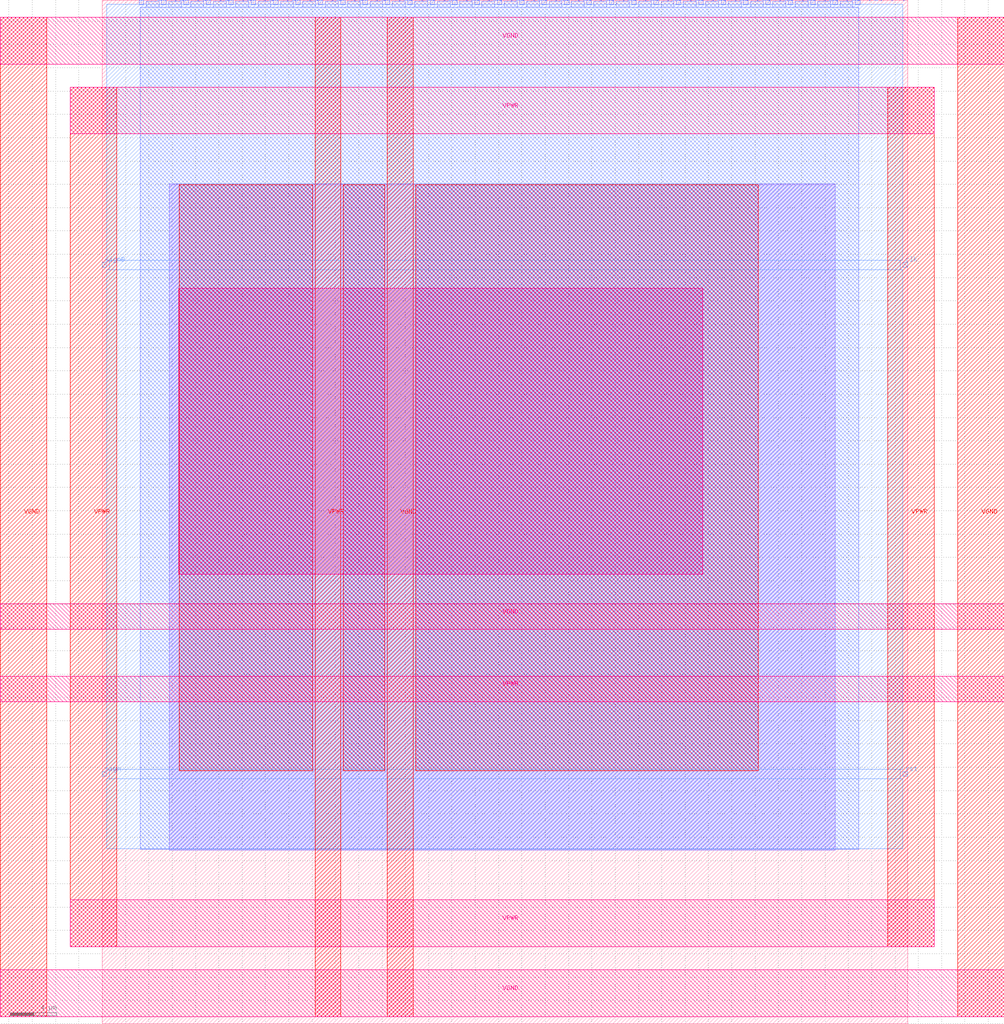
<source format=lef>
VERSION 5.7 ;
  NOWIREEXTENSIONATPIN ON ;
  DIVIDERCHAR "/" ;
  BUSBITCHARS "[]" ;
MACRO DigitalSine
  CLASS BLOCK ;
  FOREIGN DigitalSine ;
  ORIGIN 0.000 0.000 ;
  SIZE 69.075 BY 87.795 ;
  PIN VGND
    DIRECTION INOUT ;
    USE GROUND ;
    PORT
      LAYER Metal4 ;
        RECT -8.740 0.620 -4.740 86.320 ;
    END
    PORT
      LAYER Metal5 ;
        RECT -8.740 0.620 77.380 4.620 ;
    END
    PORT
      LAYER Metal5 ;
        RECT -8.740 82.320 77.380 86.320 ;
    END
    PORT
      LAYER Metal4 ;
        RECT 73.380 0.620 77.380 86.320 ;
    END
    PORT
      LAYER Metal4 ;
        RECT 24.460 0.620 26.660 86.320 ;
    END
    PORT
      LAYER Metal5 ;
        RECT -8.740 33.820 77.380 36.020 ;
    END
  END VGND
  PIN VPWR
    DIRECTION INOUT ;
    USE POWER ;
    PORT
      LAYER Metal4 ;
        RECT -2.740 6.620 1.260 80.320 ;
    END
    PORT
      LAYER Metal5 ;
        RECT -2.740 6.620 71.380 10.620 ;
    END
    PORT
      LAYER Metal5 ;
        RECT -2.740 76.320 71.380 80.320 ;
    END
    PORT
      LAYER Metal4 ;
        RECT 67.380 6.620 71.380 80.320 ;
    END
    PORT
      LAYER Metal4 ;
        RECT 18.260 0.620 20.460 86.320 ;
    END
    PORT
      LAYER Metal5 ;
        RECT -8.740 27.620 77.380 29.820 ;
    END
  END VPWR
  PIN clk
    DIRECTION INPUT ;
    USE SIGNAL ;
    ANTENNAGATEAREA 0.725400 ;
    PORT
      LAYER Metal3 ;
        RECT 68.675 64.900 69.075 65.300 ;
    END
  END clk
  PIN rst
    DIRECTION INPUT ;
    USE SIGNAL ;
    ANTENNAGATEAREA 0.180700 ;
    PORT
      LAYER Metal3 ;
        RECT 68.675 21.220 69.075 21.620 ;
    END
  END rst
  PIN sign
    DIRECTION OUTPUT ;
    USE SIGNAL ;
    ANTENNADIFFAREA 0.706800 ;
    PORT
      LAYER Metal3 ;
        RECT 0.000 21.220 0.400 21.620 ;
    END
  END sign
  PIN signB
    DIRECTION OUTPUT ;
    USE SIGNAL ;
    ANTENNADIFFAREA 0.706800 ;
    PORT
      LAYER Metal3 ;
        RECT 0.000 64.900 0.400 65.300 ;
    END
  END signB
  PIN sine_out[0]
    DIRECTION OUTPUT ;
    USE SIGNAL ;
    ANTENNADIFFAREA 0.706800 ;
    PORT
      LAYER Metal2 ;
        RECT 3.160 87.395 3.560 87.795 ;
    END
  END sine_out[0]
  PIN sine_out[10]
    DIRECTION OUTPUT ;
    USE SIGNAL ;
    ANTENNADIFFAREA 0.706800 ;
    PORT
      LAYER Metal2 ;
        RECT 22.360 87.395 22.760 87.795 ;
    END
  END sine_out[10]
  PIN sine_out[11]
    DIRECTION OUTPUT ;
    USE SIGNAL ;
    ANTENNADIFFAREA 0.706800 ;
    PORT
      LAYER Metal2 ;
        RECT 24.280 87.395 24.680 87.795 ;
    END
  END sine_out[11]
  PIN sine_out[12]
    DIRECTION OUTPUT ;
    USE SIGNAL ;
    ANTENNADIFFAREA 0.706800 ;
    PORT
      LAYER Metal2 ;
        RECT 26.200 87.395 26.600 87.795 ;
    END
  END sine_out[12]
  PIN sine_out[13]
    DIRECTION OUTPUT ;
    USE SIGNAL ;
    ANTENNADIFFAREA 0.706800 ;
    PORT
      LAYER Metal2 ;
        RECT 28.120 87.395 28.520 87.795 ;
    END
  END sine_out[13]
  PIN sine_out[14]
    DIRECTION OUTPUT ;
    USE SIGNAL ;
    ANTENNADIFFAREA 0.706800 ;
    PORT
      LAYER Metal2 ;
        RECT 30.040 87.395 30.440 87.795 ;
    END
  END sine_out[14]
  PIN sine_out[15]
    DIRECTION OUTPUT ;
    USE SIGNAL ;
    ANTENNADIFFAREA 0.706800 ;
    PORT
      LAYER Metal2 ;
        RECT 31.960 87.395 32.360 87.795 ;
    END
  END sine_out[15]
  PIN sine_out[16]
    DIRECTION OUTPUT ;
    USE SIGNAL ;
    ANTENNADIFFAREA 0.706800 ;
    PORT
      LAYER Metal2 ;
        RECT 33.880 87.395 34.280 87.795 ;
    END
  END sine_out[16]
  PIN sine_out[17]
    DIRECTION OUTPUT ;
    USE SIGNAL ;
    ANTENNADIFFAREA 0.706800 ;
    PORT
      LAYER Metal2 ;
        RECT 35.800 87.395 36.200 87.795 ;
    END
  END sine_out[17]
  PIN sine_out[18]
    DIRECTION OUTPUT ;
    USE SIGNAL ;
    ANTENNADIFFAREA 0.706800 ;
    PORT
      LAYER Metal2 ;
        RECT 37.720 87.395 38.120 87.795 ;
    END
  END sine_out[18]
  PIN sine_out[19]
    DIRECTION OUTPUT ;
    USE SIGNAL ;
    ANTENNADIFFAREA 0.706800 ;
    PORT
      LAYER Metal2 ;
        RECT 39.640 87.395 40.040 87.795 ;
    END
  END sine_out[19]
  PIN sine_out[1]
    DIRECTION OUTPUT ;
    USE SIGNAL ;
    ANTENNADIFFAREA 0.706800 ;
    PORT
      LAYER Metal2 ;
        RECT 5.080 87.395 5.480 87.795 ;
    END
  END sine_out[1]
  PIN sine_out[20]
    DIRECTION OUTPUT ;
    USE SIGNAL ;
    ANTENNADIFFAREA 0.706800 ;
    PORT
      LAYER Metal2 ;
        RECT 41.560 87.395 41.960 87.795 ;
    END
  END sine_out[20]
  PIN sine_out[21]
    DIRECTION OUTPUT ;
    USE SIGNAL ;
    ANTENNADIFFAREA 0.706800 ;
    PORT
      LAYER Metal2 ;
        RECT 43.480 87.395 43.880 87.795 ;
    END
  END sine_out[21]
  PIN sine_out[22]
    DIRECTION OUTPUT ;
    USE SIGNAL ;
    ANTENNADIFFAREA 0.706800 ;
    PORT
      LAYER Metal2 ;
        RECT 45.400 87.395 45.800 87.795 ;
    END
  END sine_out[22]
  PIN sine_out[23]
    DIRECTION OUTPUT ;
    USE SIGNAL ;
    ANTENNADIFFAREA 0.706800 ;
    PORT
      LAYER Metal2 ;
        RECT 47.320 87.395 47.720 87.795 ;
    END
  END sine_out[23]
  PIN sine_out[24]
    DIRECTION OUTPUT ;
    USE SIGNAL ;
    ANTENNADIFFAREA 0.706800 ;
    PORT
      LAYER Metal2 ;
        RECT 49.240 87.395 49.640 87.795 ;
    END
  END sine_out[24]
  PIN sine_out[25]
    DIRECTION OUTPUT ;
    USE SIGNAL ;
    ANTENNADIFFAREA 0.706800 ;
    PORT
      LAYER Metal2 ;
        RECT 51.160 87.395 51.560 87.795 ;
    END
  END sine_out[25]
  PIN sine_out[26]
    DIRECTION OUTPUT ;
    USE SIGNAL ;
    ANTENNADIFFAREA 0.706800 ;
    PORT
      LAYER Metal2 ;
        RECT 53.080 87.395 53.480 87.795 ;
    END
  END sine_out[26]
  PIN sine_out[27]
    DIRECTION OUTPUT ;
    USE SIGNAL ;
    ANTENNADIFFAREA 0.706800 ;
    PORT
      LAYER Metal2 ;
        RECT 55.000 87.395 55.400 87.795 ;
    END
  END sine_out[27]
  PIN sine_out[28]
    DIRECTION OUTPUT ;
    USE SIGNAL ;
    ANTENNADIFFAREA 0.706800 ;
    PORT
      LAYER Metal2 ;
        RECT 56.920 87.395 57.320 87.795 ;
    END
  END sine_out[28]
  PIN sine_out[29]
    DIRECTION OUTPUT ;
    USE SIGNAL ;
    ANTENNADIFFAREA 0.706800 ;
    PORT
      LAYER Metal2 ;
        RECT 58.840 87.395 59.240 87.795 ;
    END
  END sine_out[29]
  PIN sine_out[2]
    DIRECTION OUTPUT ;
    USE SIGNAL ;
    ANTENNADIFFAREA 0.706800 ;
    PORT
      LAYER Metal2 ;
        RECT 7.000 87.395 7.400 87.795 ;
    END
  END sine_out[2]
  PIN sine_out[30]
    DIRECTION OUTPUT ;
    USE SIGNAL ;
    ANTENNADIFFAREA 0.706800 ;
    PORT
      LAYER Metal2 ;
        RECT 60.760 87.395 61.160 87.795 ;
    END
  END sine_out[30]
  PIN sine_out[31]
    DIRECTION OUTPUT ;
    USE SIGNAL ;
    ANTENNADIFFAREA 0.706800 ;
    PORT
      LAYER Metal2 ;
        RECT 62.680 87.395 63.080 87.795 ;
    END
  END sine_out[31]
  PIN sine_out[32]
    DIRECTION OUTPUT ;
    USE SIGNAL ;
    ANTENNADIFFAREA 0.706800 ;
    PORT
      LAYER Metal2 ;
        RECT 64.600 87.395 65.000 87.795 ;
    END
  END sine_out[32]
  PIN sine_out[3]
    DIRECTION OUTPUT ;
    USE SIGNAL ;
    ANTENNADIFFAREA 0.706800 ;
    PORT
      LAYER Metal2 ;
        RECT 8.920 87.395 9.320 87.795 ;
    END
  END sine_out[3]
  PIN sine_out[4]
    DIRECTION OUTPUT ;
    USE SIGNAL ;
    ANTENNADIFFAREA 0.706800 ;
    PORT
      LAYER Metal2 ;
        RECT 10.840 87.395 11.240 87.795 ;
    END
  END sine_out[4]
  PIN sine_out[5]
    DIRECTION OUTPUT ;
    USE SIGNAL ;
    ANTENNADIFFAREA 0.706800 ;
    PORT
      LAYER Metal2 ;
        RECT 12.760 87.395 13.160 87.795 ;
    END
  END sine_out[5]
  PIN sine_out[6]
    DIRECTION OUTPUT ;
    USE SIGNAL ;
    ANTENNADIFFAREA 0.706800 ;
    PORT
      LAYER Metal2 ;
        RECT 14.680 87.395 15.080 87.795 ;
    END
  END sine_out[6]
  PIN sine_out[7]
    DIRECTION OUTPUT ;
    USE SIGNAL ;
    ANTENNADIFFAREA 0.706800 ;
    PORT
      LAYER Metal2 ;
        RECT 16.600 87.395 17.000 87.795 ;
    END
  END sine_out[7]
  PIN sine_out[8]
    DIRECTION OUTPUT ;
    USE SIGNAL ;
    ANTENNADIFFAREA 0.706800 ;
    PORT
      LAYER Metal2 ;
        RECT 18.520 87.395 18.920 87.795 ;
    END
  END sine_out[8]
  PIN sine_out[9]
    DIRECTION OUTPUT ;
    USE SIGNAL ;
    ANTENNADIFFAREA 0.706800 ;
    PORT
      LAYER Metal2 ;
        RECT 20.440 87.395 20.840 87.795 ;
    END
  END sine_out[9]
  OBS
      LAYER GatPoly ;
        RECT 5.760 14.970 62.880 71.970 ;
      LAYER Metal1 ;
        RECT 5.760 14.900 62.880 72.040 ;
      LAYER Metal2 ;
        RECT 3.770 87.185 4.870 87.695 ;
        RECT 5.690 87.185 6.790 87.695 ;
        RECT 7.610 87.185 8.710 87.695 ;
        RECT 9.530 87.185 10.630 87.695 ;
        RECT 11.450 87.185 12.550 87.695 ;
        RECT 13.370 87.185 14.470 87.695 ;
        RECT 15.290 87.185 16.390 87.695 ;
        RECT 17.210 87.185 18.310 87.695 ;
        RECT 19.130 87.185 20.230 87.695 ;
        RECT 21.050 87.185 22.150 87.695 ;
        RECT 22.970 87.185 24.070 87.695 ;
        RECT 24.890 87.185 25.990 87.695 ;
        RECT 26.810 87.185 27.910 87.695 ;
        RECT 28.730 87.185 29.830 87.695 ;
        RECT 30.650 87.185 31.750 87.695 ;
        RECT 32.570 87.185 33.670 87.695 ;
        RECT 34.490 87.185 35.590 87.695 ;
        RECT 36.410 87.185 37.510 87.695 ;
        RECT 38.330 87.185 39.430 87.695 ;
        RECT 40.250 87.185 41.350 87.695 ;
        RECT 42.170 87.185 43.270 87.695 ;
        RECT 44.090 87.185 45.190 87.695 ;
        RECT 46.010 87.185 47.110 87.695 ;
        RECT 47.930 87.185 49.030 87.695 ;
        RECT 49.850 87.185 50.950 87.695 ;
        RECT 51.770 87.185 52.870 87.695 ;
        RECT 53.690 87.185 54.790 87.695 ;
        RECT 55.610 87.185 56.710 87.695 ;
        RECT 57.530 87.185 58.630 87.695 ;
        RECT 59.450 87.185 60.550 87.695 ;
        RECT 61.370 87.185 62.470 87.695 ;
        RECT 63.290 87.185 64.390 87.695 ;
        RECT 3.255 14.975 64.905 87.185 ;
      LAYER Metal3 ;
        RECT 0.400 65.510 68.675 87.460 ;
        RECT 0.610 64.690 68.465 65.510 ;
        RECT 0.400 21.830 68.675 64.690 ;
        RECT 0.610 21.010 68.465 21.830 ;
        RECT 0.400 15.020 68.675 21.010 ;
      LAYER Metal4 ;
        RECT 6.615 21.695 18.050 71.965 ;
        RECT 20.670 21.695 24.250 71.965 ;
        RECT 26.870 21.695 56.260 71.965 ;
      LAYER Metal5 ;
        RECT 6.575 38.540 51.505 63.100 ;
  END
END DigitalSine
END LIBRARY


</source>
